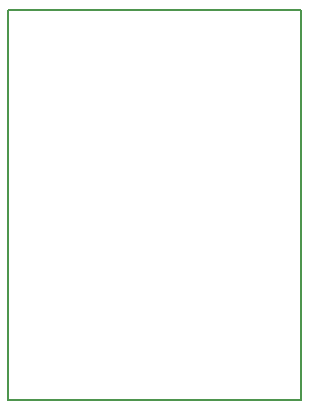
<source format=gm1>
G04 #@! TF.FileFunction,Profile,NP*
%FSLAX46Y46*%
G04 Gerber Fmt 4.6, Leading zero omitted, Abs format (unit mm)*
G04 Created by KiCad (PCBNEW 4.0.6) date 08/05/17 14:41:28*
%MOMM*%
%LPD*%
G01*
G04 APERTURE LIST*
%ADD10C,0.100000*%
%ADD11C,0.150000*%
G04 APERTURE END LIST*
D10*
D11*
X36830000Y-198120000D02*
X37465000Y-198120000D01*
X36830000Y-165100000D02*
X37465000Y-165100000D01*
X33020000Y-165100000D02*
X36830000Y-165100000D01*
X33020000Y-198120000D02*
X36830000Y-198120000D01*
X33020000Y-198120000D02*
X12700000Y-198120000D01*
X37465000Y-165100000D02*
X37465000Y-198120000D01*
X12700000Y-165100000D02*
X33020000Y-165100000D01*
X12700000Y-198120000D02*
X12700000Y-165100000D01*
M02*

</source>
